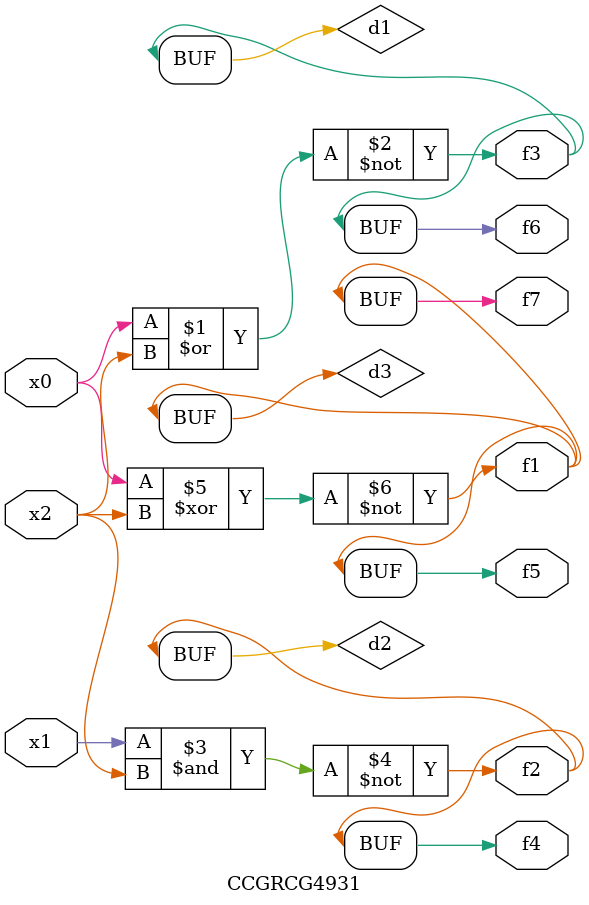
<source format=v>
module CCGRCG4931(
	input x0, x1, x2,
	output f1, f2, f3, f4, f5, f6, f7
);

	wire d1, d2, d3;

	nor (d1, x0, x2);
	nand (d2, x1, x2);
	xnor (d3, x0, x2);
	assign f1 = d3;
	assign f2 = d2;
	assign f3 = d1;
	assign f4 = d2;
	assign f5 = d3;
	assign f6 = d1;
	assign f7 = d3;
endmodule

</source>
